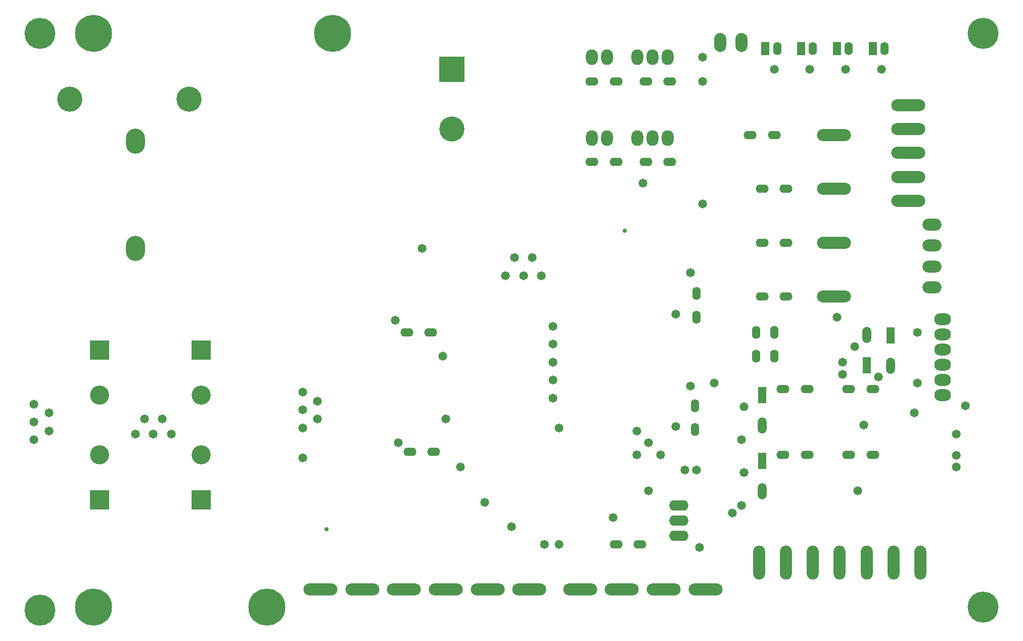
<source format=gbs>
%FSTAX23Y23*%
%MOIN*%
%SFA1B1*%

%IPPOS*%
%ADD110C,0.027992*%
%ADD111O,0.055236X0.086732*%
%ADD112R,0.055236X0.086732*%
%ADD113C,0.204842*%
%ADD114C,0.244212*%
%ADD115O,0.224527X0.078858*%
%ADD116O,0.078858X0.224527*%
%ADD117O,0.086732X0.055236*%
%ADD118O,0.127992X0.067992*%
%ADD119O,0.078858X0.102480*%
%ADD120R,0.165472X0.165472*%
%ADD121C,0.165472*%
%ADD122R,0.126102X0.126102*%
%ADD123C,0.126102*%
%ADD124O,0.078858X0.126102*%
%ADD125O,0.126102X0.078858*%
%ADD126O,0.110354X0.078858*%
%ADD127O,0.057992X0.107992*%
%ADD128R,0.057992X0.107992*%
%ADD129O,0.126102X0.165472*%
%ADD130C,0.057992*%
%LNpcb4-1*%
%LPD*%
G54D110*
X04724Y03464D03*
X02755Y01496D03*
G54D111*
X062Y04665D03*
X05728D03*
X05964D03*
X06437D03*
X05708Y02795D03*
Y02637D03*
X0559Y02795D03*
Y02637D03*
X05196Y03051D03*
Y02893D03*
X05187Y02312D03*
Y02155D03*
G54D112*
X06122Y04665D03*
X05649D03*
X05885D03*
X06358D03*
G54D113*
X00866Y00964D03*
Y04763D03*
X07086D03*
Y00984D03*
G54D114*
X0122Y00984D03*
X02362D03*
X02795Y04763D03*
X0122D03*
G54D115*
X02716Y01102D03*
X03543D03*
X02992D03*
X03818D03*
X03267D03*
X04094D03*
X06102Y04094D03*
Y0374D03*
Y03385D03*
Y03031D03*
X04429Y01102D03*
X04704D03*
X0498D03*
X05255D03*
X06594Y03661D03*
Y03818D03*
Y03976D03*
Y04133D03*
Y04291D03*
G54D116*
X05787Y01279D03*
X0561D03*
X06673D03*
X06496D03*
X06318D03*
X06141D03*
X05964D03*
G54D117*
X04822Y01397D03*
X04665D03*
X05925Y02421D03*
X05767D03*
X06358Y01988D03*
X062D03*
X05925D03*
X05767D03*
X05019Y03917D03*
X04862D03*
X04665D03*
X04507D03*
X05019Y04448D03*
X04862D03*
X04665D03*
X04507D03*
X05629Y0374D03*
X05787D03*
X03464Y02007D03*
X03307D03*
X05551Y04094D03*
X05708D03*
X03444Y02795D03*
X03287D03*
X05629Y03031D03*
X05787D03*
X05629Y03385D03*
X05787D03*
X06358Y02421D03*
X062D03*
G54D118*
X05078Y01453D03*
Y01553D03*
Y01653D03*
G54D119*
X04507Y04606D03*
X04607D03*
X04807D03*
X04907D03*
X05007D03*
X04507Y04074D03*
X04607D03*
X04807D03*
X04907D03*
X05007D03*
G54D120*
X03582Y04527D03*
G54D121*
X03582Y04133D03*
X01062Y0433D03*
X0185D03*
G54D122*
X01259Y02677D03*
Y01692D03*
X01929Y02677D03*
Y01692D03*
G54D123*
X01259Y02381D03*
Y01988D03*
X01929Y02381D03*
Y01988D03*
G54D124*
X05492Y04704D03*
X05354D03*
G54D125*
X06751Y0309D03*
Y03228D03*
Y03366D03*
Y03503D03*
G54D126*
X0682Y02881D03*
Y02781D03*
Y02681D03*
Y02581D03*
Y02481D03*
Y02381D03*
G54D127*
X05629Y02181D03*
X06318Y02778D03*
X06476Y02575D03*
X05629Y01748D03*
G54D128*
X05629Y02381D03*
X06318Y02578D03*
X06476Y02775D03*
X05629Y01948D03*
G54D129*
X01496Y04055D03*
Y03346D03*
G54D130*
X06397Y025D03*
X06653Y0246D03*
X05314D03*
X05511Y0187D03*
Y02303D03*
X03385Y03346D03*
X05236Y03641D03*
X04842Y03779D03*
X06653Y02795D03*
X0624Y027D03*
X05216Y01377D03*
X04192Y01397D03*
X04291D03*
X05433Y01604D03*
X06417Y04527D03*
X06181D03*
X05944D03*
X05708D03*
X06909Y01909D03*
X06161Y02519D03*
Y02598D03*
X06122Y02893D03*
X05492Y01653D03*
X05196Y01889D03*
X05118D03*
X05236Y04448D03*
Y04606D03*
X05059Y02913D03*
X05157Y0244D03*
X05059Y02175D03*
X05157Y03188D03*
X06909Y01985D03*
Y02125D03*
X06633Y02263D03*
X06299Y02185D03*
X03543Y02224D03*
X03523Y02637D03*
X00826Y02322D03*
X04645Y01574D03*
X02598Y01968D03*
X05492Y02086D03*
X06259Y01751D03*
X03208Y02874D03*
X03641Y01909D03*
X03976Y01515D03*
X03799Y01673D03*
X03228Y02066D03*
X00826Y02204D03*
Y02086D03*
X00925Y02263D03*
Y02145D03*
X01732Y02125D03*
X01496D03*
X01555Y02224D03*
X01614Y02125D03*
X01673Y02224D03*
X02696D03*
X02598Y02165D03*
Y02283D03*
Y02401D03*
X02696Y02342D03*
X04173Y03169D03*
X04055D03*
X03937D03*
X03996Y03287D03*
X04114D03*
X04251Y02362D03*
Y0248D03*
Y02598D03*
Y02716D03*
Y02834D03*
X04881Y01751D03*
X04291Y02165D03*
X04803Y01988D03*
X0496D03*
X04803Y02145D03*
X04881Y02066D03*
X06968Y02312D03*
M02*
</source>
